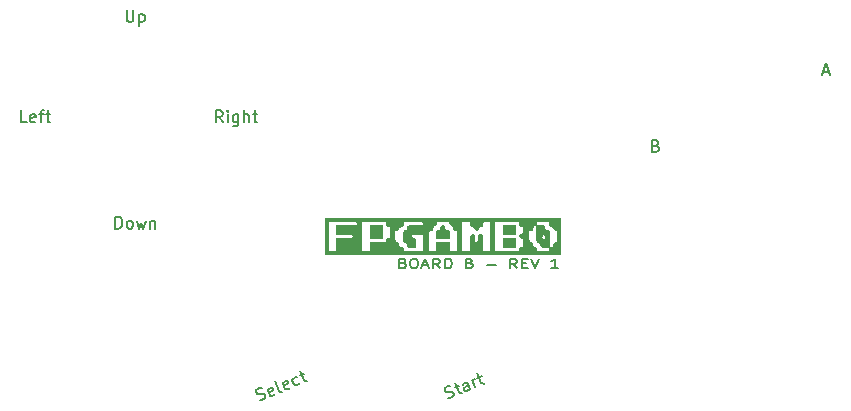
<source format=gto>
G04 #@! TF.GenerationSoftware,KiCad,Pcbnew,(5.1.10-1-10_14)*
G04 #@! TF.CreationDate,2021-10-14T15:08:09+02:00*
G04 #@! TF.ProjectId,hi-board,68692d62-6f61-4726-942e-6b696361645f,rev?*
G04 #@! TF.SameCoordinates,Original*
G04 #@! TF.FileFunction,Legend,Top*
G04 #@! TF.FilePolarity,Positive*
%FSLAX46Y46*%
G04 Gerber Fmt 4.6, Leading zero omitted, Abs format (unit mm)*
G04 Created by KiCad (PCBNEW (5.1.10-1-10_14)) date 2021-10-14 15:08:09*
%MOMM*%
%LPD*%
G01*
G04 APERTURE LIST*
%ADD10C,0.150000*%
%ADD11C,0.010000*%
G04 APERTURE END LIST*
D10*
X37169166Y18707142D02*
X37312023Y18669047D01*
X37359642Y18630952D01*
X37407261Y18554761D01*
X37407261Y18440476D01*
X37359642Y18364285D01*
X37312023Y18326190D01*
X37216785Y18288095D01*
X36835833Y18288095D01*
X36835833Y19088095D01*
X37169166Y19088095D01*
X37264404Y19050000D01*
X37312023Y19011904D01*
X37359642Y18935714D01*
X37359642Y18859523D01*
X37312023Y18783333D01*
X37264404Y18745238D01*
X37169166Y18707142D01*
X36835833Y18707142D01*
X38026309Y19088095D02*
X38216785Y19088095D01*
X38312023Y19050000D01*
X38407261Y18973809D01*
X38454880Y18821428D01*
X38454880Y18554761D01*
X38407261Y18402380D01*
X38312023Y18326190D01*
X38216785Y18288095D01*
X38026309Y18288095D01*
X37931071Y18326190D01*
X37835833Y18402380D01*
X37788214Y18554761D01*
X37788214Y18821428D01*
X37835833Y18973809D01*
X37931071Y19050000D01*
X38026309Y19088095D01*
X38835833Y18516666D02*
X39312023Y18516666D01*
X38740595Y18288095D02*
X39073928Y19088095D01*
X39407261Y18288095D01*
X40312023Y18288095D02*
X39978690Y18669047D01*
X39740595Y18288095D02*
X39740595Y19088095D01*
X40121547Y19088095D01*
X40216785Y19050000D01*
X40264404Y19011904D01*
X40312023Y18935714D01*
X40312023Y18821428D01*
X40264404Y18745238D01*
X40216785Y18707142D01*
X40121547Y18669047D01*
X39740595Y18669047D01*
X40740595Y18288095D02*
X40740595Y19088095D01*
X40978690Y19088095D01*
X41121547Y19050000D01*
X41216785Y18973809D01*
X41264404Y18897619D01*
X41312023Y18745238D01*
X41312023Y18630952D01*
X41264404Y18478571D01*
X41216785Y18402380D01*
X41121547Y18326190D01*
X40978690Y18288095D01*
X40740595Y18288095D01*
X42835833Y18707142D02*
X42978690Y18669047D01*
X43026309Y18630952D01*
X43073928Y18554761D01*
X43073928Y18440476D01*
X43026309Y18364285D01*
X42978690Y18326190D01*
X42883452Y18288095D01*
X42502500Y18288095D01*
X42502500Y19088095D01*
X42835833Y19088095D01*
X42931071Y19050000D01*
X42978690Y19011904D01*
X43026309Y18935714D01*
X43026309Y18859523D01*
X42978690Y18783333D01*
X42931071Y18745238D01*
X42835833Y18707142D01*
X42502500Y18707142D01*
X44264404Y18592857D02*
X45026309Y18592857D01*
X46835833Y18288095D02*
X46502500Y18669047D01*
X46264404Y18288095D02*
X46264404Y19088095D01*
X46645357Y19088095D01*
X46740595Y19050000D01*
X46788214Y19011904D01*
X46835833Y18935714D01*
X46835833Y18821428D01*
X46788214Y18745238D01*
X46740595Y18707142D01*
X46645357Y18669047D01*
X46264404Y18669047D01*
X47264404Y18707142D02*
X47597738Y18707142D01*
X47740595Y18288095D02*
X47264404Y18288095D01*
X47264404Y19088095D01*
X47740595Y19088095D01*
X48026309Y19088095D02*
X48359642Y18288095D01*
X48692976Y19088095D01*
X50312023Y18288095D02*
X49740595Y18288095D01*
X50026309Y18288095D02*
X50026309Y19088095D01*
X49931071Y18973809D01*
X49835833Y18897619D01*
X49740595Y18859523D01*
D11*
G36*
X49015530Y21919781D02*
G01*
X49112511Y21865287D01*
X49135879Y21738100D01*
X49136000Y21719667D01*
X49170969Y21558545D01*
X49308659Y21508894D01*
X49347666Y21508000D01*
X49450165Y21501393D01*
X49512721Y21459220D01*
X49545194Y21347955D01*
X49557444Y21134075D01*
X49559333Y20788334D01*
X49559333Y20068667D01*
X49178333Y20068667D01*
X48943226Y20077440D01*
X48831834Y20120564D01*
X48798788Y20223243D01*
X48797333Y20280334D01*
X48757646Y20446315D01*
X48628000Y20492000D01*
X48545665Y20505393D01*
X48495373Y20567644D01*
X48469333Y20711864D01*
X48460254Y20957667D01*
X48882000Y20957667D01*
X48921686Y20791686D01*
X49051333Y20746000D01*
X49184118Y20795609D01*
X49220666Y20957667D01*
X49180979Y21123648D01*
X49051333Y21169334D01*
X48918548Y21119725D01*
X48882000Y20957667D01*
X48460254Y20957667D01*
X48459755Y20971163D01*
X48458666Y21211667D01*
X48458666Y21931334D01*
X48797333Y21931334D01*
X49015530Y21919781D01*
G37*
X49015530Y21919781D02*
X49112511Y21865287D01*
X49135879Y21738100D01*
X49136000Y21719667D01*
X49170969Y21558545D01*
X49308659Y21508894D01*
X49347666Y21508000D01*
X49450165Y21501393D01*
X49512721Y21459220D01*
X49545194Y21347955D01*
X49557444Y21134075D01*
X49559333Y20788334D01*
X49559333Y20068667D01*
X49178333Y20068667D01*
X48943226Y20077440D01*
X48831834Y20120564D01*
X48798788Y20223243D01*
X48797333Y20280334D01*
X48757646Y20446315D01*
X48628000Y20492000D01*
X48545665Y20505393D01*
X48495373Y20567644D01*
X48469333Y20711864D01*
X48460254Y20957667D01*
X48882000Y20957667D01*
X48921686Y20791686D01*
X49051333Y20746000D01*
X49184118Y20795609D01*
X49220666Y20957667D01*
X49180979Y21123648D01*
X49051333Y21169334D01*
X48918548Y21119725D01*
X48882000Y20957667D01*
X48460254Y20957667D01*
X48459755Y20971163D01*
X48458666Y21211667D01*
X48458666Y21931334D01*
X48797333Y21931334D01*
X49015530Y21919781D01*
G36*
X46680666Y21169334D02*
G01*
X45664666Y21169334D01*
X45664666Y21931334D01*
X46680666Y21931334D01*
X46680666Y21169334D01*
G37*
X46680666Y21169334D02*
X45664666Y21169334D01*
X45664666Y21931334D01*
X46680666Y21931334D01*
X46680666Y21169334D01*
G36*
X46680666Y20068667D02*
G01*
X45664666Y20068667D01*
X45664666Y20830667D01*
X46680666Y20830667D01*
X46680666Y20068667D01*
G37*
X46680666Y20068667D02*
X45664666Y20068667D01*
X45664666Y20830667D01*
X46680666Y20830667D01*
X46680666Y20068667D01*
G36*
X40632784Y21881725D02*
G01*
X40669333Y21719667D01*
X40704302Y21558545D01*
X40841993Y21508894D01*
X40881000Y21508000D01*
X41017373Y21489516D01*
X41077986Y21402325D01*
X41092591Y21198827D01*
X41092666Y21169334D01*
X41092666Y20830667D01*
X39992000Y20830667D01*
X39992000Y21169334D01*
X40006200Y21390902D01*
X40063594Y21488826D01*
X40161333Y21508000D01*
X40294118Y21557609D01*
X40330666Y21719667D01*
X40370353Y21885648D01*
X40500000Y21931334D01*
X40632784Y21881725D01*
G37*
X40632784Y21881725D02*
X40669333Y21719667D01*
X40704302Y21558545D01*
X40841993Y21508894D01*
X40881000Y21508000D01*
X41017373Y21489516D01*
X41077986Y21402325D01*
X41092591Y21198827D01*
X41092666Y21169334D01*
X41092666Y20830667D01*
X39992000Y20830667D01*
X39992000Y21169334D01*
X40006200Y21390902D01*
X40063594Y21488826D01*
X40161333Y21508000D01*
X40294118Y21557609D01*
X40330666Y21719667D01*
X40370353Y21885648D01*
X40500000Y21931334D01*
X40632784Y21881725D01*
G36*
X35420000Y20830667D02*
G01*
X34404000Y20830667D01*
X34404000Y21931334D01*
X35420000Y21931334D01*
X35420000Y20830667D01*
G37*
X35420000Y20830667D02*
X34404000Y20830667D01*
X34404000Y21931334D01*
X35420000Y21931334D01*
X35420000Y20830667D01*
G36*
X50490666Y19476000D02*
G01*
X30594000Y19476000D01*
X30594000Y22270000D01*
X30848000Y22270000D01*
X30848000Y19730000D01*
X31525333Y19730000D01*
X31525333Y20830667D01*
X32245000Y20830667D01*
X32594923Y20833818D01*
X32808663Y20848466D01*
X32919332Y20882400D01*
X32960039Y20943411D01*
X32964666Y21000000D01*
X32951274Y21082335D01*
X32889023Y21132627D01*
X32744803Y21158667D01*
X32485504Y21168245D01*
X32245000Y21169334D01*
X31525333Y21169334D01*
X31525333Y21931334D01*
X32414333Y21931334D01*
X32810927Y21933457D01*
X33068143Y21943628D01*
X33215917Y21967550D01*
X33284188Y22010924D01*
X33302893Y22079454D01*
X33303333Y22100667D01*
X33294783Y22166689D01*
X33252082Y22212882D01*
X33149652Y22242776D01*
X32961915Y22259898D01*
X32663293Y22267777D01*
X32228209Y22269939D01*
X32075666Y22270000D01*
X33642000Y22270000D01*
X33642000Y19730000D01*
X34404000Y19730000D01*
X34404000Y20492000D01*
X35081333Y20492000D01*
X35418809Y20495536D01*
X35621067Y20511818D01*
X35722168Y20549364D01*
X35756174Y20616688D01*
X35758666Y20661334D01*
X35818535Y20802838D01*
X35928000Y20830667D01*
X36022576Y20849203D01*
X36073680Y20930627D01*
X36081464Y21000000D01*
X36436000Y21000000D01*
X36442178Y20716272D01*
X36469319Y20562960D01*
X36530332Y20501340D01*
X36605333Y20492000D01*
X36738118Y20442392D01*
X36774666Y20280334D01*
X36809636Y20119212D01*
X36947326Y20069561D01*
X36986333Y20068667D01*
X37152314Y20028980D01*
X37198000Y19899334D01*
X37209620Y19822264D01*
X37264913Y19772927D01*
X37394529Y19745193D01*
X37629115Y19732932D01*
X37999322Y19730014D01*
X38044666Y19730000D01*
X38891333Y19730000D01*
X38891333Y20619000D01*
X39314666Y20619000D01*
X39314666Y19730000D01*
X39992000Y19730000D01*
X39992000Y20492000D01*
X41092666Y20492000D01*
X41092666Y19730000D01*
X41770000Y19730000D01*
X41770000Y20619000D01*
X41767876Y21015595D01*
X41757705Y21272810D01*
X41733784Y21420585D01*
X41690409Y21488855D01*
X41621879Y21507560D01*
X41600666Y21508000D01*
X41467881Y21557609D01*
X41431333Y21719667D01*
X41391646Y21885648D01*
X41262000Y21931334D01*
X41120495Y21991202D01*
X41092666Y22100667D01*
X41075514Y22192308D01*
X40999113Y22243399D01*
X40826046Y22265455D01*
X40542333Y22270000D01*
X42108666Y22270000D01*
X42108666Y19730000D01*
X42870666Y19730000D01*
X42870666Y20449667D01*
X42873817Y20799590D01*
X42888465Y21013331D01*
X42922399Y21124000D01*
X42983410Y21164706D01*
X43040000Y21169334D01*
X43150784Y21140934D01*
X43199746Y21026145D01*
X43209333Y20830667D01*
X43223533Y20609099D01*
X43280927Y20511175D01*
X43378666Y20492000D01*
X43489450Y20520401D01*
X43538412Y20635190D01*
X43548000Y20830667D01*
X43562200Y21052235D01*
X43619594Y21150160D01*
X43717333Y21169334D01*
X43799668Y21155941D01*
X43849960Y21093690D01*
X43875999Y20949471D01*
X43885577Y20690172D01*
X43886666Y20449667D01*
X43886666Y19730000D01*
X44564000Y19730000D01*
X44564000Y22270000D01*
X44902666Y22270000D01*
X44902666Y19730000D01*
X45961000Y19730000D01*
X46400210Y19731543D01*
X46697602Y19739104D01*
X46880684Y19757085D01*
X46976964Y19789887D01*
X47013950Y19841911D01*
X47019333Y19899334D01*
X47079201Y20040838D01*
X47188666Y20068667D01*
X47294486Y20093596D01*
X47344525Y20197109D01*
X47357935Y20422297D01*
X47358000Y20449667D01*
X47346920Y20687762D01*
X47300914Y20800350D01*
X47200831Y20830522D01*
X47188666Y20830667D01*
X47047162Y20890536D01*
X47019333Y21000000D01*
X47781333Y21000000D01*
X47787511Y20716272D01*
X47814653Y20562960D01*
X47875665Y20501340D01*
X47950666Y20492000D01*
X48083451Y20442392D01*
X48120000Y20280334D01*
X48159686Y20114353D01*
X48289333Y20068667D01*
X48430837Y20008799D01*
X48458666Y19899334D01*
X48475818Y19807693D01*
X48552220Y19756602D01*
X48725287Y19734546D01*
X49009000Y19730000D01*
X49306831Y19735278D01*
X49472879Y19758786D01*
X49544561Y19812038D01*
X49559333Y19899334D01*
X49619201Y20040838D01*
X49728666Y20068667D01*
X49861451Y20118276D01*
X49898000Y20280334D01*
X49937686Y20446315D01*
X50067333Y20492000D01*
X50161909Y20510536D01*
X50213013Y20591960D01*
X50233553Y20774998D01*
X50236666Y21000000D01*
X50230488Y21283729D01*
X50203346Y21437041D01*
X50142334Y21498661D01*
X50067333Y21508000D01*
X49925829Y21567869D01*
X49898000Y21677334D01*
X49838131Y21818838D01*
X49728666Y21846667D01*
X49595881Y21896276D01*
X49559333Y22058334D01*
X49549683Y22172117D01*
X49495228Y22235492D01*
X49357714Y22263175D01*
X49098882Y22269878D01*
X49009000Y22270000D01*
X48711168Y22264723D01*
X48545120Y22241215D01*
X48473438Y22187963D01*
X48458666Y22100667D01*
X48398798Y21959163D01*
X48289333Y21931334D01*
X48156548Y21881725D01*
X48120000Y21719667D01*
X48080313Y21553686D01*
X47950666Y21508000D01*
X47856090Y21489465D01*
X47804986Y21408041D01*
X47784446Y21225003D01*
X47781333Y21000000D01*
X47019333Y21000000D01*
X47079201Y21141505D01*
X47188666Y21169334D01*
X47299450Y21197734D01*
X47348412Y21312523D01*
X47358000Y21508000D01*
X47343799Y21729569D01*
X47286405Y21827493D01*
X47188666Y21846667D01*
X47055881Y21896276D01*
X47019333Y22058334D01*
X47019333Y22270000D01*
X44902666Y22270000D01*
X44564000Y22270000D01*
X44225333Y22270000D01*
X44007136Y22258447D01*
X43910155Y22203954D01*
X43886787Y22076767D01*
X43886666Y22058334D01*
X43846979Y21892353D01*
X43717333Y21846667D01*
X43575829Y21786799D01*
X43548000Y21677334D01*
X43488131Y21535830D01*
X43378666Y21508000D01*
X43237162Y21567869D01*
X43209333Y21677334D01*
X43149464Y21818838D01*
X43040000Y21846667D01*
X42907215Y21896276D01*
X42870666Y22058334D01*
X42854875Y22188949D01*
X42777253Y22250833D01*
X42592430Y22269192D01*
X42489666Y22270000D01*
X42108666Y22270000D01*
X40542333Y22270000D01*
X40244501Y22264723D01*
X40078453Y22241215D01*
X40006771Y22187963D01*
X39992000Y22100667D01*
X39932131Y21959163D01*
X39822666Y21931334D01*
X39689881Y21881725D01*
X39653333Y21719667D01*
X39613646Y21553686D01*
X39484000Y21508000D01*
X39408458Y21496854D01*
X39359464Y21443455D01*
X39331317Y21317867D01*
X39318313Y21090151D01*
X39314750Y20730370D01*
X39314666Y20619000D01*
X38891333Y20619000D01*
X38891333Y21169334D01*
X38383333Y21169334D01*
X38099605Y21163155D01*
X37946293Y21136014D01*
X37884672Y21075001D01*
X37875333Y21000000D01*
X37935201Y20858496D01*
X38044666Y20830667D01*
X38150486Y20805738D01*
X38200525Y20702225D01*
X38213935Y20477038D01*
X38214000Y20449667D01*
X38214000Y20068667D01*
X37875333Y20068667D01*
X37657136Y20080220D01*
X37560155Y20134714D01*
X37536787Y20261901D01*
X37536666Y20280334D01*
X37496979Y20446315D01*
X37367333Y20492000D01*
X37272757Y20510536D01*
X37221653Y20591960D01*
X37201113Y20774998D01*
X37198000Y21000000D01*
X37204178Y21283729D01*
X37231319Y21437041D01*
X37292332Y21498661D01*
X37367333Y21508000D01*
X37500118Y21557609D01*
X37536666Y21719667D01*
X37543884Y21824645D01*
X37588571Y21887504D01*
X37705275Y21919040D01*
X37928545Y21930049D01*
X38214000Y21931334D01*
X38551476Y21934869D01*
X38753734Y21951152D01*
X38854835Y21988697D01*
X38888840Y22056021D01*
X38891333Y22100667D01*
X38879713Y22177737D01*
X38824419Y22227074D01*
X38694804Y22254808D01*
X38460217Y22267069D01*
X38090010Y22269987D01*
X38044666Y22270000D01*
X37198000Y22270000D01*
X37198000Y22058334D01*
X37163030Y21897212D01*
X37025340Y21847561D01*
X36986333Y21846667D01*
X36820352Y21806980D01*
X36774666Y21677334D01*
X36714798Y21535830D01*
X36605333Y21508000D01*
X36510757Y21489465D01*
X36459653Y21408041D01*
X36439113Y21225003D01*
X36436000Y21000000D01*
X36081464Y21000000D01*
X36094220Y21113665D01*
X36097333Y21338667D01*
X36091154Y21622395D01*
X36064013Y21775707D01*
X36003000Y21837328D01*
X35928000Y21846667D01*
X35795215Y21896276D01*
X35758666Y22058334D01*
X35758666Y22270000D01*
X33642000Y22270000D01*
X32075666Y22270000D01*
X30848000Y22270000D01*
X30594000Y22270000D01*
X30594000Y22524000D01*
X50490666Y22524000D01*
X50490666Y19476000D01*
G37*
X50490666Y19476000D02*
X30594000Y19476000D01*
X30594000Y22270000D01*
X30848000Y22270000D01*
X30848000Y19730000D01*
X31525333Y19730000D01*
X31525333Y20830667D01*
X32245000Y20830667D01*
X32594923Y20833818D01*
X32808663Y20848466D01*
X32919332Y20882400D01*
X32960039Y20943411D01*
X32964666Y21000000D01*
X32951274Y21082335D01*
X32889023Y21132627D01*
X32744803Y21158667D01*
X32485504Y21168245D01*
X32245000Y21169334D01*
X31525333Y21169334D01*
X31525333Y21931334D01*
X32414333Y21931334D01*
X32810927Y21933457D01*
X33068143Y21943628D01*
X33215917Y21967550D01*
X33284188Y22010924D01*
X33302893Y22079454D01*
X33303333Y22100667D01*
X33294783Y22166689D01*
X33252082Y22212882D01*
X33149652Y22242776D01*
X32961915Y22259898D01*
X32663293Y22267777D01*
X32228209Y22269939D01*
X32075666Y22270000D01*
X33642000Y22270000D01*
X33642000Y19730000D01*
X34404000Y19730000D01*
X34404000Y20492000D01*
X35081333Y20492000D01*
X35418809Y20495536D01*
X35621067Y20511818D01*
X35722168Y20549364D01*
X35756174Y20616688D01*
X35758666Y20661334D01*
X35818535Y20802838D01*
X35928000Y20830667D01*
X36022576Y20849203D01*
X36073680Y20930627D01*
X36081464Y21000000D01*
X36436000Y21000000D01*
X36442178Y20716272D01*
X36469319Y20562960D01*
X36530332Y20501340D01*
X36605333Y20492000D01*
X36738118Y20442392D01*
X36774666Y20280334D01*
X36809636Y20119212D01*
X36947326Y20069561D01*
X36986333Y20068667D01*
X37152314Y20028980D01*
X37198000Y19899334D01*
X37209620Y19822264D01*
X37264913Y19772927D01*
X37394529Y19745193D01*
X37629115Y19732932D01*
X37999322Y19730014D01*
X38044666Y19730000D01*
X38891333Y19730000D01*
X38891333Y20619000D01*
X39314666Y20619000D01*
X39314666Y19730000D01*
X39992000Y19730000D01*
X39992000Y20492000D01*
X41092666Y20492000D01*
X41092666Y19730000D01*
X41770000Y19730000D01*
X41770000Y20619000D01*
X41767876Y21015595D01*
X41757705Y21272810D01*
X41733784Y21420585D01*
X41690409Y21488855D01*
X41621879Y21507560D01*
X41600666Y21508000D01*
X41467881Y21557609D01*
X41431333Y21719667D01*
X41391646Y21885648D01*
X41262000Y21931334D01*
X41120495Y21991202D01*
X41092666Y22100667D01*
X41075514Y22192308D01*
X40999113Y22243399D01*
X40826046Y22265455D01*
X40542333Y22270000D01*
X42108666Y22270000D01*
X42108666Y19730000D01*
X42870666Y19730000D01*
X42870666Y20449667D01*
X42873817Y20799590D01*
X42888465Y21013331D01*
X42922399Y21124000D01*
X42983410Y21164706D01*
X43040000Y21169334D01*
X43150784Y21140934D01*
X43199746Y21026145D01*
X43209333Y20830667D01*
X43223533Y20609099D01*
X43280927Y20511175D01*
X43378666Y20492000D01*
X43489450Y20520401D01*
X43538412Y20635190D01*
X43548000Y20830667D01*
X43562200Y21052235D01*
X43619594Y21150160D01*
X43717333Y21169334D01*
X43799668Y21155941D01*
X43849960Y21093690D01*
X43875999Y20949471D01*
X43885577Y20690172D01*
X43886666Y20449667D01*
X43886666Y19730000D01*
X44564000Y19730000D01*
X44564000Y22270000D01*
X44902666Y22270000D01*
X44902666Y19730000D01*
X45961000Y19730000D01*
X46400210Y19731543D01*
X46697602Y19739104D01*
X46880684Y19757085D01*
X46976964Y19789887D01*
X47013950Y19841911D01*
X47019333Y19899334D01*
X47079201Y20040838D01*
X47188666Y20068667D01*
X47294486Y20093596D01*
X47344525Y20197109D01*
X47357935Y20422297D01*
X47358000Y20449667D01*
X47346920Y20687762D01*
X47300914Y20800350D01*
X47200831Y20830522D01*
X47188666Y20830667D01*
X47047162Y20890536D01*
X47019333Y21000000D01*
X47781333Y21000000D01*
X47787511Y20716272D01*
X47814653Y20562960D01*
X47875665Y20501340D01*
X47950666Y20492000D01*
X48083451Y20442392D01*
X48120000Y20280334D01*
X48159686Y20114353D01*
X48289333Y20068667D01*
X48430837Y20008799D01*
X48458666Y19899334D01*
X48475818Y19807693D01*
X48552220Y19756602D01*
X48725287Y19734546D01*
X49009000Y19730000D01*
X49306831Y19735278D01*
X49472879Y19758786D01*
X49544561Y19812038D01*
X49559333Y19899334D01*
X49619201Y20040838D01*
X49728666Y20068667D01*
X49861451Y20118276D01*
X49898000Y20280334D01*
X49937686Y20446315D01*
X50067333Y20492000D01*
X50161909Y20510536D01*
X50213013Y20591960D01*
X50233553Y20774998D01*
X50236666Y21000000D01*
X50230488Y21283729D01*
X50203346Y21437041D01*
X50142334Y21498661D01*
X50067333Y21508000D01*
X49925829Y21567869D01*
X49898000Y21677334D01*
X49838131Y21818838D01*
X49728666Y21846667D01*
X49595881Y21896276D01*
X49559333Y22058334D01*
X49549683Y22172117D01*
X49495228Y22235492D01*
X49357714Y22263175D01*
X49098882Y22269878D01*
X49009000Y22270000D01*
X48711168Y22264723D01*
X48545120Y22241215D01*
X48473438Y22187963D01*
X48458666Y22100667D01*
X48398798Y21959163D01*
X48289333Y21931334D01*
X48156548Y21881725D01*
X48120000Y21719667D01*
X48080313Y21553686D01*
X47950666Y21508000D01*
X47856090Y21489465D01*
X47804986Y21408041D01*
X47784446Y21225003D01*
X47781333Y21000000D01*
X47019333Y21000000D01*
X47079201Y21141505D01*
X47188666Y21169334D01*
X47299450Y21197734D01*
X47348412Y21312523D01*
X47358000Y21508000D01*
X47343799Y21729569D01*
X47286405Y21827493D01*
X47188666Y21846667D01*
X47055881Y21896276D01*
X47019333Y22058334D01*
X47019333Y22270000D01*
X44902666Y22270000D01*
X44564000Y22270000D01*
X44225333Y22270000D01*
X44007136Y22258447D01*
X43910155Y22203954D01*
X43886787Y22076767D01*
X43886666Y22058334D01*
X43846979Y21892353D01*
X43717333Y21846667D01*
X43575829Y21786799D01*
X43548000Y21677334D01*
X43488131Y21535830D01*
X43378666Y21508000D01*
X43237162Y21567869D01*
X43209333Y21677334D01*
X43149464Y21818838D01*
X43040000Y21846667D01*
X42907215Y21896276D01*
X42870666Y22058334D01*
X42854875Y22188949D01*
X42777253Y22250833D01*
X42592430Y22269192D01*
X42489666Y22270000D01*
X42108666Y22270000D01*
X40542333Y22270000D01*
X40244501Y22264723D01*
X40078453Y22241215D01*
X40006771Y22187963D01*
X39992000Y22100667D01*
X39932131Y21959163D01*
X39822666Y21931334D01*
X39689881Y21881725D01*
X39653333Y21719667D01*
X39613646Y21553686D01*
X39484000Y21508000D01*
X39408458Y21496854D01*
X39359464Y21443455D01*
X39331317Y21317867D01*
X39318313Y21090151D01*
X39314750Y20730370D01*
X39314666Y20619000D01*
X38891333Y20619000D01*
X38891333Y21169334D01*
X38383333Y21169334D01*
X38099605Y21163155D01*
X37946293Y21136014D01*
X37884672Y21075001D01*
X37875333Y21000000D01*
X37935201Y20858496D01*
X38044666Y20830667D01*
X38150486Y20805738D01*
X38200525Y20702225D01*
X38213935Y20477038D01*
X38214000Y20449667D01*
X38214000Y20068667D01*
X37875333Y20068667D01*
X37657136Y20080220D01*
X37560155Y20134714D01*
X37536787Y20261901D01*
X37536666Y20280334D01*
X37496979Y20446315D01*
X37367333Y20492000D01*
X37272757Y20510536D01*
X37221653Y20591960D01*
X37201113Y20774998D01*
X37198000Y21000000D01*
X37204178Y21283729D01*
X37231319Y21437041D01*
X37292332Y21498661D01*
X37367333Y21508000D01*
X37500118Y21557609D01*
X37536666Y21719667D01*
X37543884Y21824645D01*
X37588571Y21887504D01*
X37705275Y21919040D01*
X37928545Y21930049D01*
X38214000Y21931334D01*
X38551476Y21934869D01*
X38753734Y21951152D01*
X38854835Y21988697D01*
X38888840Y22056021D01*
X38891333Y22100667D01*
X38879713Y22177737D01*
X38824419Y22227074D01*
X38694804Y22254808D01*
X38460217Y22267069D01*
X38090010Y22269987D01*
X38044666Y22270000D01*
X37198000Y22270000D01*
X37198000Y22058334D01*
X37163030Y21897212D01*
X37025340Y21847561D01*
X36986333Y21846667D01*
X36820352Y21806980D01*
X36774666Y21677334D01*
X36714798Y21535830D01*
X36605333Y21508000D01*
X36510757Y21489465D01*
X36459653Y21408041D01*
X36439113Y21225003D01*
X36436000Y21000000D01*
X36081464Y21000000D01*
X36094220Y21113665D01*
X36097333Y21338667D01*
X36091154Y21622395D01*
X36064013Y21775707D01*
X36003000Y21837328D01*
X35928000Y21846667D01*
X35795215Y21896276D01*
X35758666Y22058334D01*
X35758666Y22270000D01*
X33642000Y22270000D01*
X32075666Y22270000D01*
X30848000Y22270000D01*
X30594000Y22270000D01*
X30594000Y22524000D01*
X50490666Y22524000D01*
X50490666Y19476000D01*
D10*
X13781904Y40137619D02*
X13781904Y39328095D01*
X13829523Y39232857D01*
X13877142Y39185238D01*
X13972380Y39137619D01*
X14162857Y39137619D01*
X14258095Y39185238D01*
X14305714Y39232857D01*
X14353333Y39328095D01*
X14353333Y40137619D01*
X14829523Y39804285D02*
X14829523Y38804285D01*
X14829523Y39756666D02*
X14924761Y39804285D01*
X15115238Y39804285D01*
X15210476Y39756666D01*
X15258095Y39709047D01*
X15305714Y39613809D01*
X15305714Y39328095D01*
X15258095Y39232857D01*
X15210476Y39185238D01*
X15115238Y39137619D01*
X14924761Y39137619D01*
X14829523Y39185238D01*
X72781904Y34923333D02*
X73258095Y34923333D01*
X72686666Y34637619D02*
X73020000Y35637619D01*
X73353333Y34637619D01*
X12829523Y21637619D02*
X12829523Y22637619D01*
X13067619Y22637619D01*
X13210476Y22590000D01*
X13305714Y22494761D01*
X13353333Y22399523D01*
X13400952Y22209047D01*
X13400952Y22066190D01*
X13353333Y21875714D01*
X13305714Y21780476D01*
X13210476Y21685238D01*
X13067619Y21637619D01*
X12829523Y21637619D01*
X13972380Y21637619D02*
X13877142Y21685238D01*
X13829523Y21732857D01*
X13781904Y21828095D01*
X13781904Y22113809D01*
X13829523Y22209047D01*
X13877142Y22256666D01*
X13972380Y22304285D01*
X14115238Y22304285D01*
X14210476Y22256666D01*
X14258095Y22209047D01*
X14305714Y22113809D01*
X14305714Y21828095D01*
X14258095Y21732857D01*
X14210476Y21685238D01*
X14115238Y21637619D01*
X13972380Y21637619D01*
X14639047Y22304285D02*
X14829523Y21637619D01*
X15020000Y22113809D01*
X15210476Y21637619D01*
X15400952Y22304285D01*
X15781904Y22304285D02*
X15781904Y21637619D01*
X15781904Y22209047D02*
X15829523Y22256666D01*
X15924761Y22304285D01*
X16067619Y22304285D01*
X16162857Y22256666D01*
X16210476Y22161428D01*
X16210476Y21637619D01*
X58591428Y28661428D02*
X58734285Y28613809D01*
X58781904Y28566190D01*
X58829523Y28470952D01*
X58829523Y28328095D01*
X58781904Y28232857D01*
X58734285Y28185238D01*
X58639047Y28137619D01*
X58258095Y28137619D01*
X58258095Y29137619D01*
X58591428Y29137619D01*
X58686666Y29090000D01*
X58734285Y29042380D01*
X58781904Y28947142D01*
X58781904Y28851904D01*
X58734285Y28756666D01*
X58686666Y28709047D01*
X58591428Y28661428D01*
X58258095Y28661428D01*
X5329523Y30637619D02*
X4853333Y30637619D01*
X4853333Y31637619D01*
X6043809Y30685238D02*
X5948571Y30637619D01*
X5758095Y30637619D01*
X5662857Y30685238D01*
X5615238Y30780476D01*
X5615238Y31161428D01*
X5662857Y31256666D01*
X5758095Y31304285D01*
X5948571Y31304285D01*
X6043809Y31256666D01*
X6091428Y31161428D01*
X6091428Y31066190D01*
X5615238Y30970952D01*
X6377142Y31304285D02*
X6758095Y31304285D01*
X6520000Y30637619D02*
X6520000Y31494761D01*
X6567619Y31590000D01*
X6662857Y31637619D01*
X6758095Y31637619D01*
X6948571Y31304285D02*
X7329523Y31304285D01*
X7091428Y31637619D02*
X7091428Y30780476D01*
X7139047Y30685238D01*
X7234285Y30637619D01*
X7329523Y30637619D01*
X41002306Y7291746D02*
X41152413Y7303731D01*
X41371581Y7396762D01*
X41440642Y7477808D01*
X41465869Y7540248D01*
X41472490Y7646522D01*
X41435278Y7734189D01*
X41354232Y7803250D01*
X41291792Y7828477D01*
X41185519Y7835098D01*
X40991578Y7804507D01*
X40885305Y7811128D01*
X40822865Y7836355D01*
X40741819Y7905416D01*
X40704606Y7993083D01*
X40711228Y8099356D01*
X40736455Y8161796D01*
X40805516Y8242842D01*
X41024684Y8335873D01*
X41174791Y8347859D01*
X41549429Y8196495D02*
X41900098Y8345345D01*
X41550686Y8559148D02*
X41885599Y7770144D01*
X41966645Y7701083D01*
X42072918Y7694462D01*
X42160585Y7731675D01*
X42861922Y8029375D02*
X42657254Y8511544D01*
X42576208Y8580605D01*
X42469934Y8587226D01*
X42294600Y8512801D01*
X42225539Y8431755D01*
X42843316Y8073208D02*
X42774255Y7992162D01*
X42555087Y7899131D01*
X42448814Y7905752D01*
X42367768Y7974813D01*
X42330555Y8062480D01*
X42337177Y8168753D01*
X42406237Y8249799D01*
X42625405Y8342831D01*
X42694466Y8423877D01*
X43300258Y8215437D02*
X43039771Y8829107D01*
X43114196Y8653773D02*
X43120817Y8760046D01*
X43146044Y8822486D01*
X43215105Y8903532D01*
X43302772Y8940744D01*
X43478106Y9015169D02*
X43828775Y9164019D01*
X43479363Y9377823D02*
X43814276Y8588819D01*
X43895322Y8519758D01*
X44001595Y8513137D01*
X44089262Y8550349D01*
X21900952Y30637619D02*
X21567619Y31113809D01*
X21329523Y30637619D02*
X21329523Y31637619D01*
X21710476Y31637619D01*
X21805714Y31590000D01*
X21853333Y31542380D01*
X21900952Y31447142D01*
X21900952Y31304285D01*
X21853333Y31209047D01*
X21805714Y31161428D01*
X21710476Y31113809D01*
X21329523Y31113809D01*
X22329523Y30637619D02*
X22329523Y31304285D01*
X22329523Y31637619D02*
X22281904Y31590000D01*
X22329523Y31542380D01*
X22377142Y31590000D01*
X22329523Y31637619D01*
X22329523Y31542380D01*
X23234285Y31304285D02*
X23234285Y30494761D01*
X23186666Y30399523D01*
X23139047Y30351904D01*
X23043809Y30304285D01*
X22900952Y30304285D01*
X22805714Y30351904D01*
X23234285Y30685238D02*
X23139047Y30637619D01*
X22948571Y30637619D01*
X22853333Y30685238D01*
X22805714Y30732857D01*
X22758095Y30828095D01*
X22758095Y31113809D01*
X22805714Y31209047D01*
X22853333Y31256666D01*
X22948571Y31304285D01*
X23139047Y31304285D01*
X23234285Y31256666D01*
X23710476Y30637619D02*
X23710476Y31637619D01*
X24139047Y30637619D02*
X24139047Y31161428D01*
X24091428Y31256666D01*
X23996190Y31304285D01*
X23853333Y31304285D01*
X23758095Y31256666D01*
X23710476Y31209047D01*
X24472380Y31304285D02*
X24853333Y31304285D01*
X24615238Y31637619D02*
X24615238Y30780476D01*
X24662857Y30685238D01*
X24758095Y30637619D01*
X24853333Y30637619D01*
X25042054Y7096380D02*
X25192161Y7108366D01*
X25411329Y7201397D01*
X25480390Y7282443D01*
X25505617Y7344883D01*
X25512238Y7451156D01*
X25475026Y7538823D01*
X25393979Y7607884D01*
X25331540Y7633111D01*
X25225266Y7639732D01*
X25031326Y7609141D01*
X24925052Y7615762D01*
X24862613Y7640989D01*
X24781567Y7710050D01*
X24744354Y7797717D01*
X24750975Y7903991D01*
X24776202Y7966431D01*
X24845263Y8047477D01*
X25064431Y8140508D01*
X25214538Y8152493D01*
X26313227Y7635961D02*
X26244166Y7554915D01*
X26068832Y7480490D01*
X25962559Y7487111D01*
X25881513Y7556172D01*
X25732663Y7906841D01*
X25739284Y8013114D01*
X25808345Y8094160D01*
X25983679Y8168585D01*
X26089952Y8161964D01*
X26170998Y8092903D01*
X26208211Y8005236D01*
X25807088Y7731507D01*
X26901670Y7834009D02*
X26795397Y7840630D01*
X26714350Y7909691D01*
X26379438Y8698695D01*
X27584401Y8175542D02*
X27515340Y8094496D01*
X27340006Y8020071D01*
X27233732Y8026693D01*
X27152686Y8095753D01*
X27003836Y8446422D01*
X27010457Y8552695D01*
X27079518Y8633741D01*
X27254852Y8708166D01*
X27361126Y8701545D01*
X27442172Y8632484D01*
X27479384Y8544817D01*
X27078261Y8271088D01*
X28417238Y8529061D02*
X28348178Y8448015D01*
X28172843Y8373590D01*
X28066570Y8380211D01*
X28004130Y8405439D01*
X27923084Y8474499D01*
X27811447Y8737501D01*
X27818068Y8843774D01*
X27843295Y8906214D01*
X27912356Y8987260D01*
X28087690Y9061685D01*
X28193963Y9055064D01*
X28438359Y9210535D02*
X28789027Y9359385D01*
X28439616Y9573189D02*
X28774528Y8784184D01*
X28855574Y8715124D01*
X28961847Y8708503D01*
X29049515Y8745715D01*
M02*

</source>
